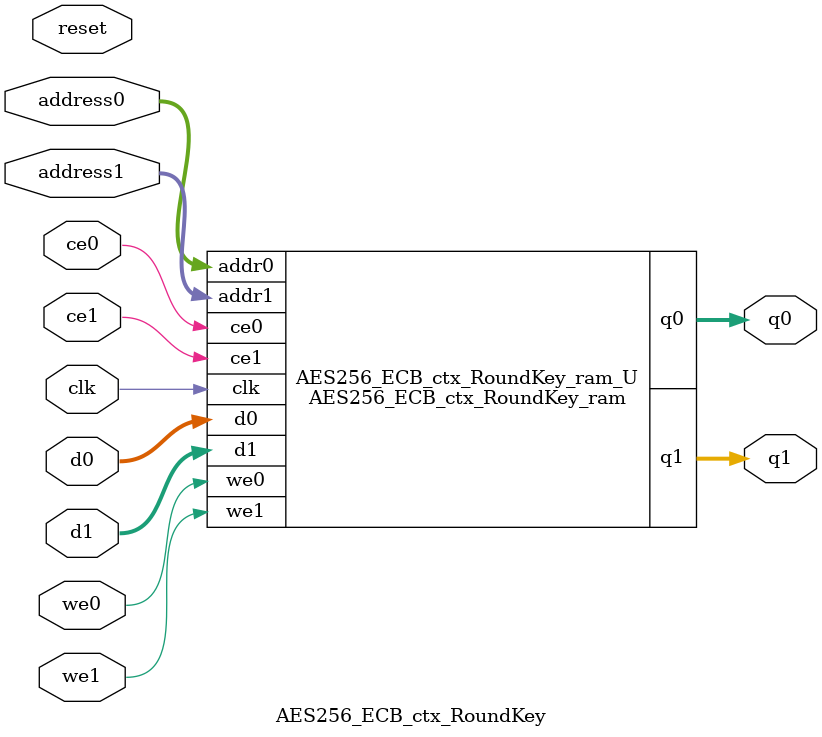
<source format=v>
`timescale 1 ns / 1 ps
module AES256_ECB_ctx_RoundKey_ram (addr0, ce0, d0, we0, q0, addr1, ce1, d1, we1, q1,  clk);

parameter DWIDTH = 8;
parameter AWIDTH = 8;
parameter MEM_SIZE = 240;

input[AWIDTH-1:0] addr0;
input ce0;
input[DWIDTH-1:0] d0;
input we0;
output reg[DWIDTH-1:0] q0;
input[AWIDTH-1:0] addr1;
input ce1;
input[DWIDTH-1:0] d1;
input we1;
output reg[DWIDTH-1:0] q1;
input clk;

(* ram_style = "block" *)reg [DWIDTH-1:0] ram[0:MEM_SIZE-1];




always @(posedge clk)  
begin 
    if (ce0) 
    begin
        if (we0) 
        begin 
            ram[addr0] <= d0; 
        end 
        q0 <= ram[addr0];
    end
end


always @(posedge clk)  
begin 
    if (ce1) 
    begin
        if (we1) 
        begin 
            ram[addr1] <= d1; 
        end 
        q1 <= ram[addr1];
    end
end


endmodule

`timescale 1 ns / 1 ps
module AES256_ECB_ctx_RoundKey(
    reset,
    clk,
    address0,
    ce0,
    we0,
    d0,
    q0,
    address1,
    ce1,
    we1,
    d1,
    q1);

parameter DataWidth = 32'd8;
parameter AddressRange = 32'd240;
parameter AddressWidth = 32'd8;
input reset;
input clk;
input[AddressWidth - 1:0] address0;
input ce0;
input we0;
input[DataWidth - 1:0] d0;
output[DataWidth - 1:0] q0;
input[AddressWidth - 1:0] address1;
input ce1;
input we1;
input[DataWidth - 1:0] d1;
output[DataWidth - 1:0] q1;



AES256_ECB_ctx_RoundKey_ram AES256_ECB_ctx_RoundKey_ram_U(
    .clk( clk ),
    .addr0( address0 ),
    .ce0( ce0 ),
    .we0( we0 ),
    .d0( d0 ),
    .q0( q0 ),
    .addr1( address1 ),
    .ce1( ce1 ),
    .we1( we1 ),
    .d1( d1 ),
    .q1( q1 ));

endmodule


</source>
